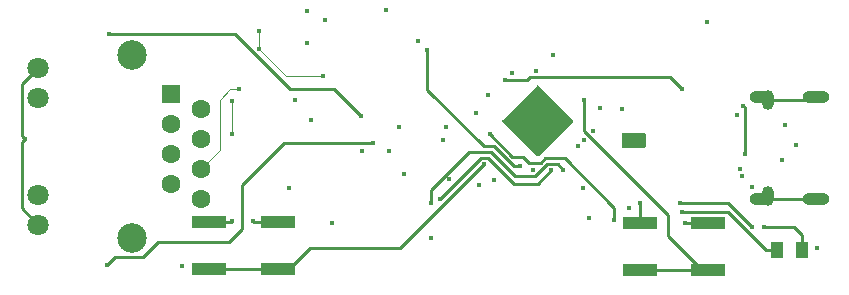
<source format=gbl>
G04 Layer: BottomLayer*
G04 EasyEDA v6.5.50, 2025-05-10 16:21:22*
G04 3dcb6b1ac4734954bc49148360d8dee8,b9277fd2045942759ab1a28cc0c323af,10*
G04 Gerber Generator version 0.2*
G04 Scale: 100 percent, Rotated: No, Reflected: No *
G04 Dimensions in inches *
G04 leading zeros omitted , absolute positions ,3 integer and 6 decimal *
%FSLAX36Y36*%
%MOIN*%

%AMMACRO1*21,1,$1,$2,0,0,$3*%
%ADD10C,0.0100*%
%ADD11C,0.0098*%
%ADD12C,0.0049*%
%ADD13MACRO1,0.1102X0.0394X0.0000*%
%ADD14R,0.0394X0.0551*%
%ADD15MACRO1,0.0394X0.0551X0.0000*%
%ADD16R,0.0630X0.0630*%
%ADD17C,0.0630*%
%ADD18C,0.0709*%
%ADD19C,0.0984*%
%ADD20O,0.09055099999999999X0.039369999999999995*%
%ADD21O,0.076772X0.039369999999999995*%
%ADD22O,0.039369999999999995X0.066929*%
%ADD23C,0.0240*%
%ADD24C,0.0177*%
%ADD25C,0.0141*%

%LPD*%
G36*
X2419000Y2470000D02*
G01*
X2417460Y2470300D01*
X2416180Y2471180D01*
X2415300Y2472460D01*
X2415000Y2474000D01*
X2415000Y2516000D01*
X2415300Y2517540D01*
X2416180Y2518820D01*
X2417460Y2519700D01*
X2419000Y2520000D01*
X2491000Y2520000D01*
X2492540Y2519700D01*
X2493820Y2518820D01*
X2494700Y2517540D01*
X2495000Y2516000D01*
X2495000Y2474000D01*
X2494700Y2472460D01*
X2493820Y2471180D01*
X2492540Y2470300D01*
X2491000Y2470000D01*
G37*

%LPD*%
G36*
X2135000Y2441660D02*
G01*
X2133460Y2441960D01*
X2132180Y2442820D01*
X2017820Y2557180D01*
X2016960Y2558460D01*
X2016660Y2560000D01*
X2016960Y2561540D01*
X2017820Y2562820D01*
X2132180Y2677180D01*
X2133460Y2678039D01*
X2135000Y2678340D01*
X2136540Y2678039D01*
X2137820Y2677180D01*
X2252180Y2562820D01*
X2253040Y2561540D01*
X2253340Y2560000D01*
X2253040Y2558460D01*
X2252180Y2557180D01*
X2137820Y2442820D01*
X2136540Y2441960D01*
G37*

%LPD*%
D10*
X1810000Y2300000D02*
G01*
X1945000Y2435000D01*
X1970000Y2435000D01*
X2055000Y2350000D01*
X2135000Y2350000D01*
X2180000Y2395000D01*
X2290000Y2630000D02*
G01*
X2290000Y2525000D01*
X2570000Y2245000D01*
X2570000Y2175000D01*
X2683798Y2061201D01*
X2704198Y2061201D01*
D11*
X705000Y2850000D02*
G01*
X1125000Y2850000D01*
X1310000Y2665000D01*
X1455000Y2665000D01*
X1545000Y2575000D01*
D10*
X1975000Y2515000D02*
G01*
X2050000Y2440000D01*
X2085000Y2440000D01*
X2105000Y2420000D01*
X2145000Y2420000D01*
X2160000Y2435000D01*
X2225000Y2435000D01*
X2390000Y2270000D01*
X2390000Y2230000D01*
X2075000Y2410000D02*
G01*
X2055000Y2410000D01*
X1990000Y2475000D01*
X1955000Y2475000D01*
X1766999Y2663000D01*
X1766999Y2797600D01*
X1780000Y2285000D02*
G01*
X1780000Y2330000D01*
X1905000Y2455000D01*
X1980000Y2455000D01*
X2060000Y2375000D01*
X2125000Y2375000D01*
X2165000Y2415000D01*
X2202100Y2415000D01*
X2220000Y2397100D01*
D11*
X700000Y2080000D02*
G01*
X724800Y2105000D01*
X820000Y2105000D01*
X870000Y2155000D01*
X1105000Y2155000D01*
X1150000Y2200000D01*
X1150000Y2345000D01*
X1290000Y2485000D01*
X1585000Y2485000D01*
D12*
X1205000Y2800000D02*
G01*
X1205000Y2860000D01*
X1420000Y2710000D02*
G01*
X1295000Y2710000D01*
X1205000Y2800000D01*
X1115000Y2625000D02*
G01*
X1115000Y2515000D01*
X1011499Y2400200D02*
G01*
X1075000Y2463699D01*
X1075000Y2630000D01*
X1110000Y2665000D01*
X1140000Y2665000D01*
D10*
X425000Y2500000D02*
G01*
X415000Y2490000D01*
X415000Y2267714D01*
X468544Y2214169D01*
X425000Y2500000D02*
G01*
X415000Y2510000D01*
X415000Y2682285D01*
X468544Y2735830D01*
X1269170Y2066250D02*
G01*
X1040829Y2066250D01*
X2704170Y2061250D02*
G01*
X2475829Y2061250D01*
X1955000Y2415000D02*
G01*
X1675000Y2135000D01*
X1375100Y2135000D01*
X1306300Y2066199D01*
X1269200Y2066199D01*
X2475000Y2285000D02*
G01*
X2475829Y2284169D01*
X2475829Y2218730D01*
X1185000Y2225000D02*
G01*
X1186270Y2223730D01*
X1269170Y2223730D01*
X1115000Y2225000D02*
G01*
X1113729Y2223730D01*
X1040829Y2223730D01*
D11*
X2825000Y2450000D02*
G01*
X2825000Y2605000D01*
X2820000Y2610000D01*
X2902200Y2309299D02*
G01*
X2911580Y2299920D01*
X3061869Y2299920D01*
X3061869Y2640079D02*
G01*
X3051090Y2629299D01*
X2902200Y2629299D01*
D10*
X2890000Y2205000D02*
G01*
X2990000Y2205000D01*
X3015320Y2179679D01*
X3015320Y2131729D01*
D11*
X2025000Y2695000D02*
G01*
X2100000Y2695000D01*
X2110000Y2705000D01*
X2575000Y2705000D01*
X2615000Y2665000D01*
X2625000Y2220000D02*
G01*
X2626270Y2218730D01*
X2704170Y2218730D01*
X2610000Y2285000D02*
G01*
X2770000Y2285000D01*
X2850000Y2205000D01*
X2615000Y2255000D02*
G01*
X2770000Y2255000D01*
X2895000Y2130000D01*
X2933649Y2130000D01*
D13*
G01*
X2704169Y2218735D03*
G01*
X2475825Y2218735D03*
G01*
X2704169Y2061255D03*
G01*
X2475825Y2061255D03*
G01*
X1269169Y2223735D03*
G01*
X1040824Y2223735D03*
G01*
X1269169Y2066255D03*
G01*
X1040824Y2066255D03*
D14*
G01*
X3016350Y2130000D03*
D15*
G01*
X2933649Y2130000D03*
D16*
G01*
X911459Y2650149D03*
D17*
G01*
X1011450Y2600149D03*
G01*
X911450Y2550149D03*
G01*
X1011450Y2500149D03*
G01*
X911450Y2450149D03*
G01*
X1011450Y2400149D03*
G01*
X911450Y2350149D03*
G01*
X1011450Y2300149D03*
D18*
G01*
X468550Y2735779D03*
G01*
X468550Y2635779D03*
G01*
X468550Y2314119D03*
G01*
X468550Y2214119D03*
D19*
G01*
X781540Y2779870D03*
G01*
X781540Y2170030D03*
D20*
G01*
X3061869Y2640079D03*
G01*
X3061869Y2299920D03*
D21*
G01*
X2880000Y2640000D03*
D22*
G01*
X2902200Y2629299D03*
D21*
G01*
X2880000Y2300000D03*
D22*
G01*
X2902200Y2309299D03*
D23*
G01*
X2135000Y2587829D03*
G01*
X2162839Y2559989D03*
G01*
X2107160Y2559989D03*
G01*
X2135000Y2532150D03*
D24*
G01*
X2890000Y2205000D03*
G01*
X2180000Y2395000D03*
G01*
X2220000Y2397049D03*
G01*
X2185000Y2780000D03*
G01*
X1425000Y2895000D03*
G01*
X1365000Y2820000D03*
G01*
X1327280Y2630000D03*
G01*
X1673239Y2540000D03*
G01*
X1820000Y2495000D03*
G01*
X1830000Y2540000D03*
G01*
X1930000Y2585000D03*
G01*
X1306059Y2337480D03*
G01*
X1420000Y2710000D03*
G01*
X1378500Y2561500D03*
G01*
X1630000Y2930000D03*
G01*
X1735000Y2825000D03*
G01*
X2050000Y2720000D03*
G01*
X2850000Y2340000D03*
G01*
X3065000Y2135000D03*
G01*
X1638770Y2460230D03*
G01*
X1550000Y2460000D03*
G01*
X425000Y2500000D03*
G01*
X1687969Y2382020D03*
G01*
X1585000Y2485000D03*
G01*
X1545000Y2575000D03*
G01*
X2290000Y2630000D03*
G01*
X2025000Y2695000D03*
G01*
X2130420Y2726480D03*
G01*
X950000Y2075000D03*
G01*
X1955000Y2415000D03*
G01*
X1185000Y2225000D03*
G01*
X1450000Y2220000D03*
G01*
X2475000Y2285000D03*
G01*
X1115000Y2225000D03*
G01*
X2305000Y2235000D03*
G01*
X1780000Y2285000D03*
G01*
X1810000Y2300000D03*
G01*
X2415000Y2600000D03*
G01*
X1840000Y2365000D03*
G01*
X1990839Y2361460D03*
G01*
X2075000Y2410000D03*
G01*
X1767039Y2797570D03*
G01*
X1940000Y2345000D03*
G01*
X2440000Y2270000D03*
G01*
X1975000Y2515000D03*
G01*
X2390000Y2230000D03*
G01*
X1780000Y2170000D03*
G01*
X2285000Y2335000D03*
G01*
X1970000Y2645000D03*
G01*
X2820000Y2610000D03*
G01*
X1365000Y2925000D03*
G01*
X1205000Y2860000D03*
G01*
X1140000Y2665000D03*
G01*
X1115000Y2625000D03*
G01*
X1115000Y2515000D03*
G01*
X1205000Y2800000D03*
G01*
X705000Y2850000D03*
G01*
X700000Y2080000D03*
G01*
X2475000Y2495000D03*
G01*
X2435000Y2495000D03*
G01*
X2950000Y2430000D03*
G01*
X2825000Y2450000D03*
G01*
X2800000Y2580000D03*
G01*
X2810000Y2400000D03*
G01*
X2815000Y2375000D03*
G01*
X2960000Y2545000D03*
G01*
X2343109Y2601889D03*
G01*
X2320000Y2525000D03*
G01*
X2290000Y2495000D03*
G01*
X2700000Y2890000D03*
G01*
X2995000Y2480000D03*
G01*
X2270000Y2475000D03*
G01*
X2120000Y2395000D03*
G01*
X2615000Y2665000D03*
G01*
X2625000Y2220000D03*
G01*
X2610000Y2285000D03*
G01*
X2850000Y2205000D03*
G01*
X2615000Y2255000D03*
M02*

</source>
